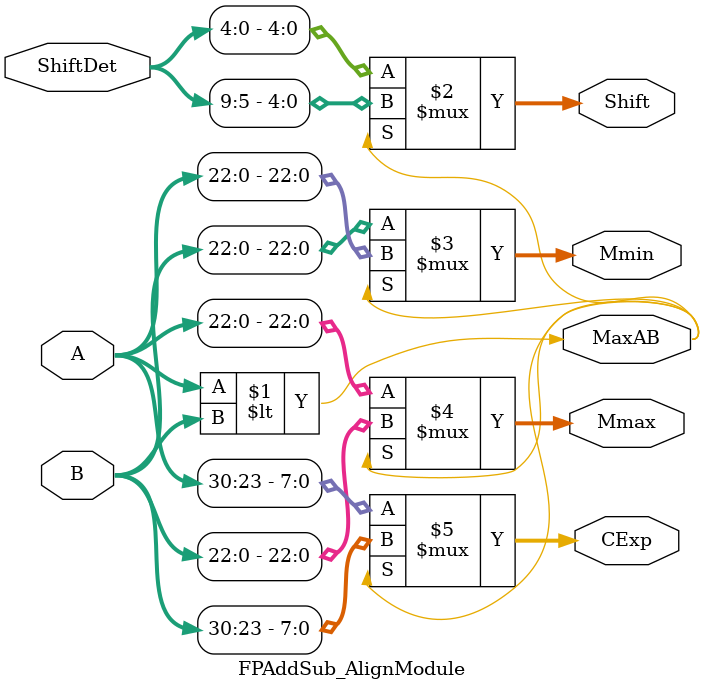
<source format=v>
`timescale 1ns / 1ps

module FPAddSub_AlignModule (
		A,
		B,
		ShiftDet,
		CExp,
		MaxAB,
		Shift,
		Mmin,
		Mmax
	);
	
	// Input ports
	input [30:0] A ;								// Input A, a 32-bit floating point number
	input [30:0] B ;								// Input B, a 32-bit floating point number
	input [9:0] ShiftDet ;
	
	// Output ports
	output [7:0] CExp ;							// Common Exponent
	output MaxAB ;									// Incidates larger of A and B (0/A, 1/B)
	output [4:0] Shift ;							// Number of steps to smaller mantissa shift right
	output [22:0] Mmin ;							// Smaller mantissa 
	output [22:0] Mmax ;							// Larger mantissa
	
	// Internal signals
	//wire BOF ;										// Check for shifting overflow if B is larger
	//wire AOF ;										// Check for shifting overflow if A is larger
	
	assign MaxAB = (A[30:0] < B[30:0]) ;	
	//assign BOF = ShiftDet[9:5] < 25 ;		// Cannot shift more than 25 bits
	//assign AOF = ShiftDet[4:0] < 25 ;		// Cannot shift more than 25 bits
	
	// Determine final shift value
	//assign Shift = MaxAB ? (BOF ? ShiftDet[9:5] : 5'b11001) : (AOF ? ShiftDet[4:0] : 5'b11001) ;
	
	assign Shift = MaxAB ? ShiftDet[9:5] : ShiftDet[4:0] ;
	
	// Take out smaller mantissa and append shift space
	assign Mmin = MaxAB ? A[22:0] : B[22:0] ; 
	
	// Take out larger mantissa	
	assign Mmax = MaxAB ? B[22:0]: A[22:0] ;	
	
	// Common exponent
	assign CExp = (MaxAB ? B[30:23] : A[30:23]) ;		
	
endmodule

</source>
